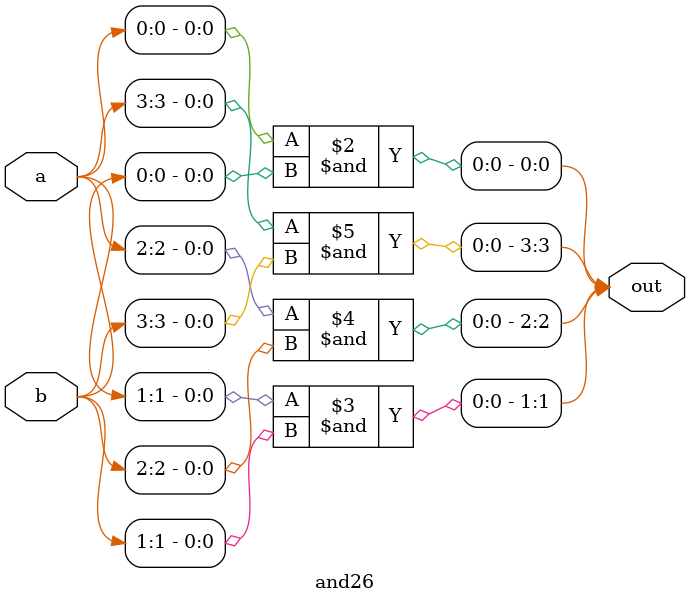
<source format=v>
module and26 (
    input wire [3:0] a,
    input wire [3:0] b,
    output reg [3:0] out
);
    always @(*) begin
        out = {a[3] & b[3], a[2] & b[2], a[1] & b[1], a[0] & b[0]};
    end

endmodule

</source>
